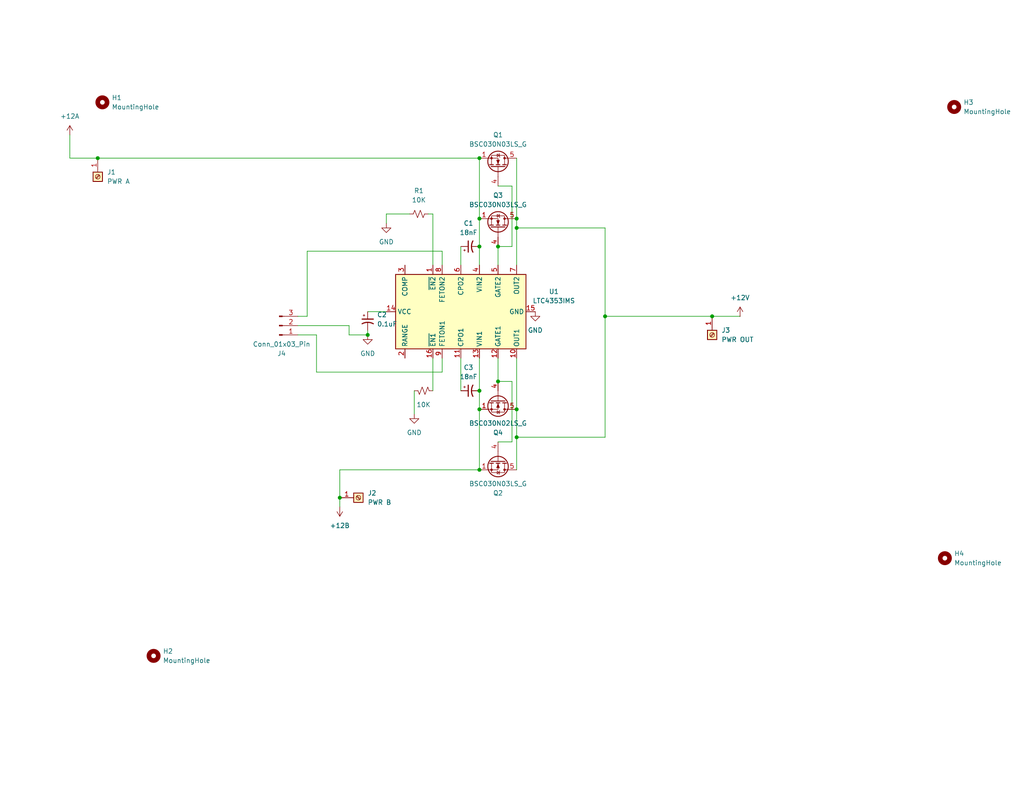
<source format=kicad_sch>
(kicad_sch
	(version 20231120)
	(generator "eeschema")
	(generator_version "8.0")
	(uuid "c831aa07-d23e-4f0e-9850-d018cbdf2855")
	(paper "USLetter")
	(title_block
		(title "Ideal OR Diode")
		(date "2024-04-11")
		(rev "1.0")
		(company "VA7DBI")
		(comment 1 "http://github.com/VA7DBI/ideal-or-diode")
	)
	(lib_symbols
		(symbol "Connector:Conn_01x03_Pin"
			(pin_names
				(offset 1.016) hide)
			(exclude_from_sim no)
			(in_bom yes)
			(on_board yes)
			(property "Reference" "J"
				(at 0 5.08 0)
				(effects
					(font
						(size 1.27 1.27)
					)
				)
			)
			(property "Value" "Conn_01x03_Pin"
				(at 0 -5.08 0)
				(effects
					(font
						(size 1.27 1.27)
					)
				)
			)
			(property "Footprint" ""
				(at 0 0 0)
				(effects
					(font
						(size 1.27 1.27)
					)
					(hide yes)
				)
			)
			(property "Datasheet" "~"
				(at 0 0 0)
				(effects
					(font
						(size 1.27 1.27)
					)
					(hide yes)
				)
			)
			(property "Description" "Generic connector, single row, 01x03, script generated"
				(at 0 0 0)
				(effects
					(font
						(size 1.27 1.27)
					)
					(hide yes)
				)
			)
			(property "ki_locked" ""
				(at 0 0 0)
				(effects
					(font
						(size 1.27 1.27)
					)
				)
			)
			(property "ki_keywords" "connector"
				(at 0 0 0)
				(effects
					(font
						(size 1.27 1.27)
					)
					(hide yes)
				)
			)
			(property "ki_fp_filters" "Connector*:*_1x??_*"
				(at 0 0 0)
				(effects
					(font
						(size 1.27 1.27)
					)
					(hide yes)
				)
			)
			(symbol "Conn_01x03_Pin_1_1"
				(polyline
					(pts
						(xy 1.27 -2.54) (xy 0.8636 -2.54)
					)
					(stroke
						(width 0.1524)
						(type default)
					)
					(fill
						(type none)
					)
				)
				(polyline
					(pts
						(xy 1.27 0) (xy 0.8636 0)
					)
					(stroke
						(width 0.1524)
						(type default)
					)
					(fill
						(type none)
					)
				)
				(polyline
					(pts
						(xy 1.27 2.54) (xy 0.8636 2.54)
					)
					(stroke
						(width 0.1524)
						(type default)
					)
					(fill
						(type none)
					)
				)
				(rectangle
					(start 0.8636 -2.413)
					(end 0 -2.667)
					(stroke
						(width 0.1524)
						(type default)
					)
					(fill
						(type outline)
					)
				)
				(rectangle
					(start 0.8636 0.127)
					(end 0 -0.127)
					(stroke
						(width 0.1524)
						(type default)
					)
					(fill
						(type outline)
					)
				)
				(rectangle
					(start 0.8636 2.667)
					(end 0 2.413)
					(stroke
						(width 0.1524)
						(type default)
					)
					(fill
						(type outline)
					)
				)
				(pin passive line
					(at 5.08 2.54 180)
					(length 3.81)
					(name "Pin_1"
						(effects
							(font
								(size 1.27 1.27)
							)
						)
					)
					(number "1"
						(effects
							(font
								(size 1.27 1.27)
							)
						)
					)
				)
				(pin passive line
					(at 5.08 0 180)
					(length 3.81)
					(name "Pin_2"
						(effects
							(font
								(size 1.27 1.27)
							)
						)
					)
					(number "2"
						(effects
							(font
								(size 1.27 1.27)
							)
						)
					)
				)
				(pin passive line
					(at 5.08 -2.54 180)
					(length 3.81)
					(name "Pin_3"
						(effects
							(font
								(size 1.27 1.27)
							)
						)
					)
					(number "3"
						(effects
							(font
								(size 1.27 1.27)
							)
						)
					)
				)
			)
		)
		(symbol "Connector:Screw_Terminal_01x01"
			(pin_names
				(offset 1.016) hide)
			(exclude_from_sim no)
			(in_bom yes)
			(on_board yes)
			(property "Reference" "J"
				(at 0 2.54 0)
				(effects
					(font
						(size 1.27 1.27)
					)
				)
			)
			(property "Value" "Screw_Terminal_01x01"
				(at 0 -2.54 0)
				(effects
					(font
						(size 1.27 1.27)
					)
				)
			)
			(property "Footprint" ""
				(at 0 0 0)
				(effects
					(font
						(size 1.27 1.27)
					)
					(hide yes)
				)
			)
			(property "Datasheet" "~"
				(at 0 0 0)
				(effects
					(font
						(size 1.27 1.27)
					)
					(hide yes)
				)
			)
			(property "Description" "Generic screw terminal, single row, 01x01, script generated (kicad-library-utils/schlib/autogen/connector/)"
				(at 0 0 0)
				(effects
					(font
						(size 1.27 1.27)
					)
					(hide yes)
				)
			)
			(property "ki_keywords" "screw terminal"
				(at 0 0 0)
				(effects
					(font
						(size 1.27 1.27)
					)
					(hide yes)
				)
			)
			(property "ki_fp_filters" "TerminalBlock*:*"
				(at 0 0 0)
				(effects
					(font
						(size 1.27 1.27)
					)
					(hide yes)
				)
			)
			(symbol "Screw_Terminal_01x01_1_1"
				(rectangle
					(start -1.27 1.27)
					(end 1.27 -1.27)
					(stroke
						(width 0.254)
						(type default)
					)
					(fill
						(type background)
					)
				)
				(polyline
					(pts
						(xy -0.5334 0.3302) (xy 0.3302 -0.508)
					)
					(stroke
						(width 0.1524)
						(type default)
					)
					(fill
						(type none)
					)
				)
				(polyline
					(pts
						(xy -0.3556 0.508) (xy 0.508 -0.3302)
					)
					(stroke
						(width 0.1524)
						(type default)
					)
					(fill
						(type none)
					)
				)
				(circle
					(center 0 0)
					(radius 0.635)
					(stroke
						(width 0.1524)
						(type default)
					)
					(fill
						(type none)
					)
				)
				(pin passive line
					(at -5.08 0 0)
					(length 3.81)
					(name "Pin_1"
						(effects
							(font
								(size 1.27 1.27)
							)
						)
					)
					(number "1"
						(effects
							(font
								(size 1.27 1.27)
							)
						)
					)
				)
			)
		)
		(symbol "Device:C_Polarized_Small_US"
			(pin_numbers hide)
			(pin_names
				(offset 0.254) hide)
			(exclude_from_sim no)
			(in_bom yes)
			(on_board yes)
			(property "Reference" "C"
				(at 0.254 1.778 0)
				(effects
					(font
						(size 1.27 1.27)
					)
					(justify left)
				)
			)
			(property "Value" "C_Polarized_Small_US"
				(at 0.254 -2.032 0)
				(effects
					(font
						(size 1.27 1.27)
					)
					(justify left)
				)
			)
			(property "Footprint" ""
				(at 0 0 0)
				(effects
					(font
						(size 1.27 1.27)
					)
					(hide yes)
				)
			)
			(property "Datasheet" "~"
				(at 0 0 0)
				(effects
					(font
						(size 1.27 1.27)
					)
					(hide yes)
				)
			)
			(property "Description" "Polarized capacitor, small US symbol"
				(at 0 0 0)
				(effects
					(font
						(size 1.27 1.27)
					)
					(hide yes)
				)
			)
			(property "ki_keywords" "cap capacitor"
				(at 0 0 0)
				(effects
					(font
						(size 1.27 1.27)
					)
					(hide yes)
				)
			)
			(property "ki_fp_filters" "CP_*"
				(at 0 0 0)
				(effects
					(font
						(size 1.27 1.27)
					)
					(hide yes)
				)
			)
			(symbol "C_Polarized_Small_US_0_1"
				(polyline
					(pts
						(xy -1.524 0.508) (xy 1.524 0.508)
					)
					(stroke
						(width 0.3048)
						(type default)
					)
					(fill
						(type none)
					)
				)
				(polyline
					(pts
						(xy -1.27 1.524) (xy -0.762 1.524)
					)
					(stroke
						(width 0)
						(type default)
					)
					(fill
						(type none)
					)
				)
				(polyline
					(pts
						(xy -1.016 1.27) (xy -1.016 1.778)
					)
					(stroke
						(width 0)
						(type default)
					)
					(fill
						(type none)
					)
				)
				(arc
					(start 1.524 -0.762)
					(mid 0 -0.3734)
					(end -1.524 -0.762)
					(stroke
						(width 0.3048)
						(type default)
					)
					(fill
						(type none)
					)
				)
			)
			(symbol "C_Polarized_Small_US_1_1"
				(pin passive line
					(at 0 2.54 270)
					(length 2.032)
					(name "~"
						(effects
							(font
								(size 1.27 1.27)
							)
						)
					)
					(number "1"
						(effects
							(font
								(size 1.27 1.27)
							)
						)
					)
				)
				(pin passive line
					(at 0 -2.54 90)
					(length 2.032)
					(name "~"
						(effects
							(font
								(size 1.27 1.27)
							)
						)
					)
					(number "2"
						(effects
							(font
								(size 1.27 1.27)
							)
						)
					)
				)
			)
		)
		(symbol "Device:R_Small_US"
			(pin_numbers hide)
			(pin_names
				(offset 0.254) hide)
			(exclude_from_sim no)
			(in_bom yes)
			(on_board yes)
			(property "Reference" "R"
				(at 0.762 0.508 0)
				(effects
					(font
						(size 1.27 1.27)
					)
					(justify left)
				)
			)
			(property "Value" "R_Small_US"
				(at 0.762 -1.016 0)
				(effects
					(font
						(size 1.27 1.27)
					)
					(justify left)
				)
			)
			(property "Footprint" ""
				(at 0 0 0)
				(effects
					(font
						(size 1.27 1.27)
					)
					(hide yes)
				)
			)
			(property "Datasheet" "~"
				(at 0 0 0)
				(effects
					(font
						(size 1.27 1.27)
					)
					(hide yes)
				)
			)
			(property "Description" "Resistor, small US symbol"
				(at 0 0 0)
				(effects
					(font
						(size 1.27 1.27)
					)
					(hide yes)
				)
			)
			(property "ki_keywords" "r resistor"
				(at 0 0 0)
				(effects
					(font
						(size 1.27 1.27)
					)
					(hide yes)
				)
			)
			(property "ki_fp_filters" "R_*"
				(at 0 0 0)
				(effects
					(font
						(size 1.27 1.27)
					)
					(hide yes)
				)
			)
			(symbol "R_Small_US_1_1"
				(polyline
					(pts
						(xy 0 0) (xy 1.016 -0.381) (xy 0 -0.762) (xy -1.016 -1.143) (xy 0 -1.524)
					)
					(stroke
						(width 0)
						(type default)
					)
					(fill
						(type none)
					)
				)
				(polyline
					(pts
						(xy 0 1.524) (xy 1.016 1.143) (xy 0 0.762) (xy -1.016 0.381) (xy 0 0)
					)
					(stroke
						(width 0)
						(type default)
					)
					(fill
						(type none)
					)
				)
				(pin passive line
					(at 0 2.54 270)
					(length 1.016)
					(name "~"
						(effects
							(font
								(size 1.27 1.27)
							)
						)
					)
					(number "1"
						(effects
							(font
								(size 1.27 1.27)
							)
						)
					)
				)
				(pin passive line
					(at 0 -2.54 90)
					(length 1.016)
					(name "~"
						(effects
							(font
								(size 1.27 1.27)
							)
						)
					)
					(number "2"
						(effects
							(font
								(size 1.27 1.27)
							)
						)
					)
				)
			)
		)
		(symbol "Mechanical:MountingHole"
			(pin_names
				(offset 1.016)
			)
			(exclude_from_sim yes)
			(in_bom no)
			(on_board yes)
			(property "Reference" "H"
				(at 0 5.08 0)
				(effects
					(font
						(size 1.27 1.27)
					)
				)
			)
			(property "Value" "MountingHole"
				(at 0 3.175 0)
				(effects
					(font
						(size 1.27 1.27)
					)
				)
			)
			(property "Footprint" ""
				(at 0 0 0)
				(effects
					(font
						(size 1.27 1.27)
					)
					(hide yes)
				)
			)
			(property "Datasheet" "~"
				(at 0 0 0)
				(effects
					(font
						(size 1.27 1.27)
					)
					(hide yes)
				)
			)
			(property "Description" "Mounting Hole without connection"
				(at 0 0 0)
				(effects
					(font
						(size 1.27 1.27)
					)
					(hide yes)
				)
			)
			(property "ki_keywords" "mounting hole"
				(at 0 0 0)
				(effects
					(font
						(size 1.27 1.27)
					)
					(hide yes)
				)
			)
			(property "ki_fp_filters" "MountingHole*"
				(at 0 0 0)
				(effects
					(font
						(size 1.27 1.27)
					)
					(hide yes)
				)
			)
			(symbol "MountingHole_0_1"
				(circle
					(center 0 0)
					(radius 1.27)
					(stroke
						(width 1.27)
						(type default)
					)
					(fill
						(type none)
					)
				)
			)
		)
		(symbol "Project:LTC4353IMS"
			(exclude_from_sim no)
			(in_bom yes)
			(on_board yes)
			(property "Reference" "U"
				(at -8.89 19.05 0)
				(effects
					(font
						(size 1.27 1.27)
					)
				)
			)
			(property "Value" "LTC4353IMS"
				(at 7.62 19.05 0)
				(effects
					(font
						(size 1.27 1.27)
					)
				)
			)
			(property "Footprint" "Package_SO:MSOP-16_3x4mm_P0.5mm"
				(at 0 -22.86 0)
				(effects
					(font
						(size 1.27 1.27)
					)
					(hide yes)
				)
			)
			(property "Datasheet" "https://www.analog.com/media/en/technical-documentation/data-sheets/4370f.pdf"
				(at 2.54 0 0)
				(effects
					(font
						(size 1.27 1.27)
					)
					(hide yes)
				)
			)
			(property "Description" "OR Controller Current Sharing Controller N-Channel 2:1, MSOP-16"
				(at 0 0 0)
				(effects
					(font
						(size 1.27 1.27)
					)
					(hide yes)
				)
			)
			(property "ki_keywords" "ideal-diode or-ing current sharing load balancing"
				(at 0 0 0)
				(effects
					(font
						(size 1.27 1.27)
					)
					(hide yes)
				)
			)
			(property "ki_fp_filters" "MSOP*3x4mm*P0.5mm*"
				(at 0 0 0)
				(effects
					(font
						(size 1.27 1.27)
					)
					(hide yes)
				)
			)
			(symbol "LTC4353IMS_1_1"
				(rectangle
					(start -10.16 17.78)
					(end 10.16 -17.78)
					(stroke
						(width 0.254)
						(type default)
					)
					(fill
						(type background)
					)
				)
				(pin input line
					(at 12.7 7.62 180)
					(length 2.54)
					(name "~{EN2}"
						(effects
							(font
								(size 1.27 1.27)
							)
						)
					)
					(number "1"
						(effects
							(font
								(size 1.27 1.27)
							)
						)
					)
				)
				(pin input line
					(at -12.7 -15.24 0)
					(length 2.54)
					(name "OUT1"
						(effects
							(font
								(size 1.27 1.27)
							)
						)
					)
					(number "10"
						(effects
							(font
								(size 1.27 1.27)
							)
						)
					)
				)
				(pin passive line
					(at -12.7 0 0)
					(length 2.54)
					(name "CPO1"
						(effects
							(font
								(size 1.27 1.27)
							)
						)
					)
					(number "11"
						(effects
							(font
								(size 1.27 1.27)
							)
						)
					)
				)
				(pin output line
					(at -12.7 -10.16 0)
					(length 2.54)
					(name "GATE1"
						(effects
							(font
								(size 1.27 1.27)
							)
						)
					)
					(number "12"
						(effects
							(font
								(size 1.27 1.27)
							)
						)
					)
				)
				(pin power_in line
					(at -12.7 -5.08 0)
					(length 2.54)
					(name "VIN1"
						(effects
							(font
								(size 1.27 1.27)
							)
						)
					)
					(number "13"
						(effects
							(font
								(size 1.27 1.27)
							)
						)
					)
				)
				(pin power_in line
					(at 0 20.32 270)
					(length 2.54)
					(name "VCC"
						(effects
							(font
								(size 1.27 1.27)
							)
						)
					)
					(number "14"
						(effects
							(font
								(size 1.27 1.27)
							)
						)
					)
				)
				(pin power_in line
					(at 0 -20.32 90)
					(length 2.54)
					(name "GND"
						(effects
							(font
								(size 1.27 1.27)
							)
						)
					)
					(number "15"
						(effects
							(font
								(size 1.27 1.27)
							)
						)
					)
				)
				(pin input line
					(at -12.7 7.62 0)
					(length 2.54)
					(name "~{EN1}"
						(effects
							(font
								(size 1.27 1.27)
							)
						)
					)
					(number "16"
						(effects
							(font
								(size 1.27 1.27)
							)
						)
					)
				)
				(pin passive line
					(at -12.7 15.24 0)
					(length 2.54)
					(name "RANGE"
						(effects
							(font
								(size 1.27 1.27)
							)
						)
					)
					(number "2"
						(effects
							(font
								(size 1.27 1.27)
							)
						)
					)
				)
				(pin passive line
					(at 12.7 15.24 180)
					(length 2.54)
					(name "COMP"
						(effects
							(font
								(size 1.27 1.27)
							)
						)
					)
					(number "3"
						(effects
							(font
								(size 1.27 1.27)
							)
						)
					)
				)
				(pin power_in line
					(at 12.7 -5.08 180)
					(length 2.54)
					(name "VIN2"
						(effects
							(font
								(size 1.27 1.27)
							)
						)
					)
					(number "4"
						(effects
							(font
								(size 1.27 1.27)
							)
						)
					)
				)
				(pin output line
					(at 12.7 -10.16 180)
					(length 2.54)
					(name "GATE2"
						(effects
							(font
								(size 1.27 1.27)
							)
						)
					)
					(number "5"
						(effects
							(font
								(size 1.27 1.27)
							)
						)
					)
				)
				(pin passive line
					(at 12.7 0 180)
					(length 2.54)
					(name "CPO2"
						(effects
							(font
								(size 1.27 1.27)
							)
						)
					)
					(number "6"
						(effects
							(font
								(size 1.27 1.27)
							)
						)
					)
				)
				(pin input line
					(at 12.7 -15.24 180)
					(length 2.54)
					(name "OUT2"
						(effects
							(font
								(size 1.27 1.27)
							)
						)
					)
					(number "7"
						(effects
							(font
								(size 1.27 1.27)
							)
						)
					)
				)
				(pin open_collector line
					(at 12.7 5.08 180)
					(length 2.54)
					(name "FETON2"
						(effects
							(font
								(size 1.27 1.27)
							)
						)
					)
					(number "8"
						(effects
							(font
								(size 1.27 1.27)
							)
						)
					)
				)
				(pin open_collector line
					(at -12.7 5.08 0)
					(length 2.54)
					(name "FETON1"
						(effects
							(font
								(size 1.27 1.27)
							)
						)
					)
					(number "9"
						(effects
							(font
								(size 1.27 1.27)
							)
						)
					)
				)
			)
		)
		(symbol "Transistor_FET:BSC030N08NS5"
			(pin_names hide)
			(exclude_from_sim no)
			(in_bom yes)
			(on_board yes)
			(property "Reference" "Q"
				(at 5.08 1.905 0)
				(effects
					(font
						(size 1.27 1.27)
					)
					(justify left)
				)
			)
			(property "Value" "BSC030N08NS5"
				(at 5.08 0 0)
				(effects
					(font
						(size 1.27 1.27)
					)
					(justify left)
				)
			)
			(property "Footprint" "Package_TO_SOT_SMD:TDSON-8-1"
				(at 5.08 -1.905 0)
				(effects
					(font
						(size 1.27 1.27)
						(italic yes)
					)
					(justify left)
					(hide yes)
				)
			)
			(property "Datasheet" "http://www.infineon.com/dgdl/Infineon-BSC030N08NS5-DS-v02_02-EN.pdf?fileId=5546d4624ad04ef9014aed52f4210acf"
				(at 5.08 -3.81 0)
				(effects
					(font
						(size 1.27 1.27)
					)
					(justify left)
					(hide yes)
				)
			)
			(property "Description" "100A Id, 80V Vds, OptiMOS N-Channel Power MOSFET, 3.0mOhm Ron, Qg (typ) 61.0nC, PG-TDSON-8"
				(at 0 0 0)
				(effects
					(font
						(size 1.27 1.27)
					)
					(hide yes)
				)
			)
			(property "ki_keywords" "OptiMOS Power MOSFET N-MOS"
				(at 0 0 0)
				(effects
					(font
						(size 1.27 1.27)
					)
					(hide yes)
				)
			)
			(property "ki_fp_filters" "TDSON*"
				(at 0 0 0)
				(effects
					(font
						(size 1.27 1.27)
					)
					(hide yes)
				)
			)
			(symbol "BSC030N08NS5_0_1"
				(polyline
					(pts
						(xy 0.254 0) (xy -2.54 0)
					)
					(stroke
						(width 0)
						(type default)
					)
					(fill
						(type none)
					)
				)
				(polyline
					(pts
						(xy 0.254 1.905) (xy 0.254 -1.905)
					)
					(stroke
						(width 0.254)
						(type default)
					)
					(fill
						(type none)
					)
				)
				(polyline
					(pts
						(xy 0.762 -1.27) (xy 0.762 -2.286)
					)
					(stroke
						(width 0.254)
						(type default)
					)
					(fill
						(type none)
					)
				)
				(polyline
					(pts
						(xy 0.762 0.508) (xy 0.762 -0.508)
					)
					(stroke
						(width 0.254)
						(type default)
					)
					(fill
						(type none)
					)
				)
				(polyline
					(pts
						(xy 0.762 2.286) (xy 0.762 1.27)
					)
					(stroke
						(width 0.254)
						(type default)
					)
					(fill
						(type none)
					)
				)
				(polyline
					(pts
						(xy 2.54 2.54) (xy 2.54 1.778)
					)
					(stroke
						(width 0)
						(type default)
					)
					(fill
						(type none)
					)
				)
				(polyline
					(pts
						(xy 2.54 -2.54) (xy 2.54 0) (xy 0.762 0)
					)
					(stroke
						(width 0)
						(type default)
					)
					(fill
						(type none)
					)
				)
				(polyline
					(pts
						(xy 0.762 -1.778) (xy 3.302 -1.778) (xy 3.302 1.778) (xy 0.762 1.778)
					)
					(stroke
						(width 0)
						(type default)
					)
					(fill
						(type none)
					)
				)
				(polyline
					(pts
						(xy 1.016 0) (xy 2.032 0.381) (xy 2.032 -0.381) (xy 1.016 0)
					)
					(stroke
						(width 0)
						(type default)
					)
					(fill
						(type outline)
					)
				)
				(polyline
					(pts
						(xy 2.794 0.508) (xy 2.921 0.381) (xy 3.683 0.381) (xy 3.81 0.254)
					)
					(stroke
						(width 0)
						(type default)
					)
					(fill
						(type none)
					)
				)
				(polyline
					(pts
						(xy 3.302 0.381) (xy 2.921 -0.254) (xy 3.683 -0.254) (xy 3.302 0.381)
					)
					(stroke
						(width 0)
						(type default)
					)
					(fill
						(type none)
					)
				)
				(circle
					(center 1.651 0)
					(radius 2.794)
					(stroke
						(width 0.254)
						(type default)
					)
					(fill
						(type none)
					)
				)
				(circle
					(center 2.54 -1.778)
					(radius 0.254)
					(stroke
						(width 0)
						(type default)
					)
					(fill
						(type outline)
					)
				)
				(circle
					(center 2.54 1.778)
					(radius 0.254)
					(stroke
						(width 0)
						(type default)
					)
					(fill
						(type outline)
					)
				)
			)
			(symbol "BSC030N08NS5_1_1"
				(pin passive line
					(at 2.54 -5.08 90)
					(length 2.54)
					(name "S"
						(effects
							(font
								(size 1.27 1.27)
							)
						)
					)
					(number "1"
						(effects
							(font
								(size 1.27 1.27)
							)
						)
					)
				)
				(pin passive line
					(at 2.54 -5.08 90)
					(length 2.54) hide
					(name "S"
						(effects
							(font
								(size 1.27 1.27)
							)
						)
					)
					(number "2"
						(effects
							(font
								(size 1.27 1.27)
							)
						)
					)
				)
				(pin passive line
					(at 2.54 -5.08 90)
					(length 2.54) hide
					(name "S"
						(effects
							(font
								(size 1.27 1.27)
							)
						)
					)
					(number "3"
						(effects
							(font
								(size 1.27 1.27)
							)
						)
					)
				)
				(pin passive line
					(at -5.08 0 0)
					(length 2.54)
					(name "G"
						(effects
							(font
								(size 1.27 1.27)
							)
						)
					)
					(number "4"
						(effects
							(font
								(size 1.27 1.27)
							)
						)
					)
				)
				(pin passive line
					(at 2.54 5.08 270)
					(length 2.54)
					(name "D"
						(effects
							(font
								(size 1.27 1.27)
							)
						)
					)
					(number "5"
						(effects
							(font
								(size 1.27 1.27)
							)
						)
					)
				)
			)
		)
		(symbol "power:+12C"
			(power)
			(pin_numbers hide)
			(pin_names
				(offset 0) hide)
			(exclude_from_sim no)
			(in_bom yes)
			(on_board yes)
			(property "Reference" "#PWR"
				(at 0 -3.81 0)
				(effects
					(font
						(size 1.27 1.27)
					)
					(hide yes)
				)
			)
			(property "Value" "+12C"
				(at 0 3.556 0)
				(effects
					(font
						(size 1.27 1.27)
					)
				)
			)
			(property "Footprint" ""
				(at 0 0 0)
				(effects
					(font
						(size 1.27 1.27)
					)
					(hide yes)
				)
			)
			(property "Datasheet" ""
				(at 0 0 0)
				(effects
					(font
						(size 1.27 1.27)
					)
					(hide yes)
				)
			)
			(property "Description" "Power symbol creates a global label with name \"+12C\""
				(at 0 0 0)
				(effects
					(font
						(size 1.27 1.27)
					)
					(hide yes)
				)
			)
			(property "ki_keywords" "global power"
				(at 0 0 0)
				(effects
					(font
						(size 1.27 1.27)
					)
					(hide yes)
				)
			)
			(symbol "+12C_0_1"
				(polyline
					(pts
						(xy -0.762 1.27) (xy 0 2.54)
					)
					(stroke
						(width 0)
						(type default)
					)
					(fill
						(type none)
					)
				)
				(polyline
					(pts
						(xy 0 0) (xy 0 2.54)
					)
					(stroke
						(width 0)
						(type default)
					)
					(fill
						(type none)
					)
				)
				(polyline
					(pts
						(xy 0 2.54) (xy 0.762 1.27)
					)
					(stroke
						(width 0)
						(type default)
					)
					(fill
						(type none)
					)
				)
			)
			(symbol "+12C_1_1"
				(pin power_in line
					(at 0 0 90)
					(length 0)
					(name "~"
						(effects
							(font
								(size 1.27 1.27)
							)
						)
					)
					(number "1"
						(effects
							(font
								(size 1.27 1.27)
							)
						)
					)
				)
			)
		)
		(symbol "power:+12V"
			(power)
			(pin_numbers hide)
			(pin_names
				(offset 0) hide)
			(exclude_from_sim no)
			(in_bom yes)
			(on_board yes)
			(property "Reference" "#PWR"
				(at 0 -3.81 0)
				(effects
					(font
						(size 1.27 1.27)
					)
					(hide yes)
				)
			)
			(property "Value" "+12V"
				(at 0 3.556 0)
				(effects
					(font
						(size 1.27 1.27)
					)
				)
			)
			(property "Footprint" ""
				(at 0 0 0)
				(effects
					(font
						(size 1.27 1.27)
					)
					(hide yes)
				)
			)
			(property "Datasheet" ""
				(at 0 0 0)
				(effects
					(font
						(size 1.27 1.27)
					)
					(hide yes)
				)
			)
			(property "Description" "Power symbol creates a global label with name \"+12V\""
				(at 0 0 0)
				(effects
					(font
						(size 1.27 1.27)
					)
					(hide yes)
				)
			)
			(property "ki_keywords" "global power"
				(at 0 0 0)
				(effects
					(font
						(size 1.27 1.27)
					)
					(hide yes)
				)
			)
			(symbol "+12V_0_1"
				(polyline
					(pts
						(xy -0.762 1.27) (xy 0 2.54)
					)
					(stroke
						(width 0)
						(type default)
					)
					(fill
						(type none)
					)
				)
				(polyline
					(pts
						(xy 0 0) (xy 0 2.54)
					)
					(stroke
						(width 0)
						(type default)
					)
					(fill
						(type none)
					)
				)
				(polyline
					(pts
						(xy 0 2.54) (xy 0.762 1.27)
					)
					(stroke
						(width 0)
						(type default)
					)
					(fill
						(type none)
					)
				)
			)
			(symbol "+12V_1_1"
				(pin power_in line
					(at 0 0 90)
					(length 0)
					(name "~"
						(effects
							(font
								(size 1.27 1.27)
							)
						)
					)
					(number "1"
						(effects
							(font
								(size 1.27 1.27)
							)
						)
					)
				)
			)
		)
		(symbol "power:GND"
			(power)
			(pin_numbers hide)
			(pin_names
				(offset 0) hide)
			(exclude_from_sim no)
			(in_bom yes)
			(on_board yes)
			(property "Reference" "#PWR"
				(at 0 -6.35 0)
				(effects
					(font
						(size 1.27 1.27)
					)
					(hide yes)
				)
			)
			(property "Value" "GND"
				(at 0 -3.81 0)
				(effects
					(font
						(size 1.27 1.27)
					)
				)
			)
			(property "Footprint" ""
				(at 0 0 0)
				(effects
					(font
						(size 1.27 1.27)
					)
					(hide yes)
				)
			)
			(property "Datasheet" ""
				(at 0 0 0)
				(effects
					(font
						(size 1.27 1.27)
					)
					(hide yes)
				)
			)
			(property "Description" "Power symbol creates a global label with name \"GND\" , ground"
				(at 0 0 0)
				(effects
					(font
						(size 1.27 1.27)
					)
					(hide yes)
				)
			)
			(property "ki_keywords" "global power"
				(at 0 0 0)
				(effects
					(font
						(size 1.27 1.27)
					)
					(hide yes)
				)
			)
			(symbol "GND_0_1"
				(polyline
					(pts
						(xy 0 0) (xy 0 -1.27) (xy 1.27 -1.27) (xy 0 -2.54) (xy -1.27 -1.27) (xy 0 -1.27)
					)
					(stroke
						(width 0)
						(type default)
					)
					(fill
						(type none)
					)
				)
			)
			(symbol "GND_1_1"
				(pin power_in line
					(at 0 0 270)
					(length 0)
					(name "~"
						(effects
							(font
								(size 1.27 1.27)
							)
						)
					)
					(number "1"
						(effects
							(font
								(size 1.27 1.27)
							)
						)
					)
				)
			)
		)
	)
	(junction
		(at 130.81 67.31)
		(diameter 0)
		(color 0 0 0 0)
		(uuid "1dffdf1f-dc05-42ff-85cb-ba90241d6bf8")
	)
	(junction
		(at 135.89 67.31)
		(diameter 0)
		(color 0 0 0 0)
		(uuid "291bb838-3caa-4388-89d8-4d16f20a9297")
	)
	(junction
		(at 140.97 119.38)
		(diameter 0)
		(color 0 0 0 0)
		(uuid "2b15c035-f7f1-4ae3-8725-2e4fc2fc6af7")
	)
	(junction
		(at 165.1 86.36)
		(diameter 0)
		(color 0 0 0 0)
		(uuid "2e66450e-b0b2-431a-aff2-5c937eb345c3")
	)
	(junction
		(at 26.67 43.18)
		(diameter 0)
		(color 0 0 0 0)
		(uuid "359e1fcb-caba-4904-a713-efa0c588130a")
	)
	(junction
		(at 140.97 62.23)
		(diameter 0)
		(color 0 0 0 0)
		(uuid "45f0b23b-392d-4df5-b078-3c0a5aefd640")
	)
	(junction
		(at 130.81 128.27)
		(diameter 0)
		(color 0 0 0 0)
		(uuid "69bb9c78-ed7f-4389-8dc1-c779ba552ad4")
	)
	(junction
		(at 130.81 106.68)
		(diameter 0)
		(color 0 0 0 0)
		(uuid "6dd4d69e-70d3-4ffc-973f-3729fa94dc9d")
	)
	(junction
		(at 140.97 111.76)
		(diameter 0)
		(color 0 0 0 0)
		(uuid "7b68394e-b094-4f27-8acf-817f23a3fea2")
	)
	(junction
		(at 194.31 86.36)
		(diameter 0)
		(color 0 0 0 0)
		(uuid "87db3045-b3c1-42b4-9a2a-4dbdd6c2bf30")
	)
	(junction
		(at 130.81 43.18)
		(diameter 0)
		(color 0 0 0 0)
		(uuid "8fd3b78e-946d-42d0-ab97-7073681932f8")
	)
	(junction
		(at 130.81 111.76)
		(diameter 0)
		(color 0 0 0 0)
		(uuid "9decb49a-4ef4-4ece-be20-6b150bd74074")
	)
	(junction
		(at 130.81 59.69)
		(diameter 0)
		(color 0 0 0 0)
		(uuid "a439d670-b452-479c-a9ed-430c4a45304a")
	)
	(junction
		(at 135.89 104.14)
		(diameter 0)
		(color 0 0 0 0)
		(uuid "a62b64a2-574e-4c8a-8677-c8ca7124bbcb")
	)
	(junction
		(at 140.97 59.69)
		(diameter 0)
		(color 0 0 0 0)
		(uuid "bf876bec-524c-4cc1-8b3c-82bc59b48b13")
	)
	(junction
		(at 100.33 91.44)
		(diameter 0)
		(color 0 0 0 0)
		(uuid "dd7d8e41-833e-48c3-892c-825673038647")
	)
	(junction
		(at 92.71 135.89)
		(diameter 0)
		(color 0 0 0 0)
		(uuid "fc14fe6c-9864-4d52-920a-0b1239cc0a92")
	)
	(wire
		(pts
			(xy 130.81 43.18) (xy 130.81 59.69)
		)
		(stroke
			(width 0)
			(type default)
		)
		(uuid "0a3a195e-a63f-47ee-9d0a-8db29e62d844")
	)
	(wire
		(pts
			(xy 81.28 86.36) (xy 83.82 86.36)
		)
		(stroke
			(width 0)
			(type default)
		)
		(uuid "0da742cd-70f0-47cf-8ee8-c454a6c359a5")
	)
	(wire
		(pts
			(xy 105.41 58.42) (xy 111.76 58.42)
		)
		(stroke
			(width 0)
			(type default)
		)
		(uuid "110e655c-fa58-4ed0-8f2c-8ad35dd8e2b2")
	)
	(wire
		(pts
			(xy 125.73 97.79) (xy 125.73 106.68)
		)
		(stroke
			(width 0)
			(type default)
		)
		(uuid "14aaa045-20c3-468e-9127-9ce5986d0b3c")
	)
	(wire
		(pts
			(xy 118.11 97.79) (xy 118.11 106.68)
		)
		(stroke
			(width 0)
			(type default)
		)
		(uuid "1854d410-5a81-4e62-a0fa-70d120c45d3b")
	)
	(wire
		(pts
			(xy 118.11 58.42) (xy 118.11 72.39)
		)
		(stroke
			(width 0)
			(type default)
		)
		(uuid "195037ac-c476-46ca-b6f7-8cedbb94e960")
	)
	(wire
		(pts
			(xy 194.31 86.36) (xy 165.1 86.36)
		)
		(stroke
			(width 0)
			(type default)
		)
		(uuid "21696b86-416b-4dc2-b97a-098179734ea4")
	)
	(wire
		(pts
			(xy 19.05 43.18) (xy 26.67 43.18)
		)
		(stroke
			(width 0)
			(type default)
		)
		(uuid "22c1a7bd-90e2-4525-8afb-5a55d509e07c")
	)
	(wire
		(pts
			(xy 95.25 88.9) (xy 95.25 91.44)
		)
		(stroke
			(width 0)
			(type default)
		)
		(uuid "27b411e0-98be-45df-a78a-28150ca8899e")
	)
	(wire
		(pts
			(xy 165.1 119.38) (xy 140.97 119.38)
		)
		(stroke
			(width 0)
			(type default)
		)
		(uuid "2cb68ef6-8151-4e92-b720-e87e639f9c7f")
	)
	(wire
		(pts
			(xy 130.81 67.31) (xy 130.81 72.39)
		)
		(stroke
			(width 0)
			(type default)
		)
		(uuid "3355a03a-4d2d-4eae-b78a-cbd7b1f3a03c")
	)
	(wire
		(pts
			(xy 140.97 111.76) (xy 140.97 119.38)
		)
		(stroke
			(width 0)
			(type default)
		)
		(uuid "3543f539-1ef6-44c9-b39b-4db1e38f29ff")
	)
	(wire
		(pts
			(xy 130.81 59.69) (xy 130.81 67.31)
		)
		(stroke
			(width 0)
			(type default)
		)
		(uuid "3563903c-bf69-4db0-ab1e-c40a51e85cc6")
	)
	(wire
		(pts
			(xy 139.7 67.31) (xy 135.89 67.31)
		)
		(stroke
			(width 0)
			(type default)
		)
		(uuid "3de78d99-9437-4da2-af50-75e29ba4f531")
	)
	(wire
		(pts
			(xy 81.28 88.9) (xy 95.25 88.9)
		)
		(stroke
			(width 0)
			(type default)
		)
		(uuid "44cace29-2e75-4607-8ba5-08a641501377")
	)
	(wire
		(pts
			(xy 86.36 101.6) (xy 120.65 101.6)
		)
		(stroke
			(width 0)
			(type default)
		)
		(uuid "4da9947b-fddd-474d-bf3e-d9dadbc9d0e6")
	)
	(wire
		(pts
			(xy 130.81 128.27) (xy 92.71 128.27)
		)
		(stroke
			(width 0)
			(type default)
		)
		(uuid "52f138e6-8f7b-4785-a590-5a6decc86b9f")
	)
	(wire
		(pts
			(xy 130.81 106.68) (xy 130.81 111.76)
		)
		(stroke
			(width 0)
			(type default)
		)
		(uuid "5df6b9b1-3082-4d68-9a0a-4a04261770b2")
	)
	(wire
		(pts
			(xy 130.81 97.79) (xy 130.81 106.68)
		)
		(stroke
			(width 0)
			(type default)
		)
		(uuid "6404b36b-1c31-4b47-bded-6b7028e0548e")
	)
	(wire
		(pts
			(xy 135.89 50.8) (xy 139.7 50.8)
		)
		(stroke
			(width 0)
			(type default)
		)
		(uuid "67f1dd04-9cd4-492e-812c-721b611a1b29")
	)
	(wire
		(pts
			(xy 135.89 97.79) (xy 135.89 104.14)
		)
		(stroke
			(width 0)
			(type default)
		)
		(uuid "68c10591-48b6-4cd3-8b0d-883e4d9fbdaf")
	)
	(wire
		(pts
			(xy 135.89 104.14) (xy 139.7 104.14)
		)
		(stroke
			(width 0)
			(type default)
		)
		(uuid "6aaaedb7-195f-4ad5-b937-44a7103a1758")
	)
	(wire
		(pts
			(xy 113.03 106.68) (xy 113.03 113.03)
		)
		(stroke
			(width 0)
			(type default)
		)
		(uuid "6cd3a916-676c-454b-9a19-a4e78934c59e")
	)
	(wire
		(pts
			(xy 140.97 43.18) (xy 140.97 59.69)
		)
		(stroke
			(width 0)
			(type default)
		)
		(uuid "6eb3a0e1-4b6f-4c51-ac2c-e1ef7a71d4de")
	)
	(wire
		(pts
			(xy 83.82 68.58) (xy 120.65 68.58)
		)
		(stroke
			(width 0)
			(type default)
		)
		(uuid "6eb76fd9-9501-48da-b5eb-567d03abac19")
	)
	(wire
		(pts
			(xy 120.65 68.58) (xy 120.65 72.39)
		)
		(stroke
			(width 0)
			(type default)
		)
		(uuid "70afd8dc-a9b8-4ce5-965d-34d54e657b59")
	)
	(wire
		(pts
			(xy 92.71 128.27) (xy 92.71 135.89)
		)
		(stroke
			(width 0)
			(type default)
		)
		(uuid "7261249e-b366-41a3-9908-6c3af9c950ef")
	)
	(wire
		(pts
			(xy 139.7 50.8) (xy 139.7 67.31)
		)
		(stroke
			(width 0)
			(type default)
		)
		(uuid "7300fd4c-a067-4ed0-8483-3516bb8fc205")
	)
	(wire
		(pts
			(xy 100.33 85.09) (xy 105.41 85.09)
		)
		(stroke
			(width 0)
			(type default)
		)
		(uuid "753bdb21-41ee-485b-aef5-72a940dfc306")
	)
	(wire
		(pts
			(xy 120.65 101.6) (xy 120.65 97.79)
		)
		(stroke
			(width 0)
			(type default)
		)
		(uuid "7950267b-57d6-4438-8ecb-e8fcf05c9e00")
	)
	(wire
		(pts
			(xy 201.93 86.36) (xy 194.31 86.36)
		)
		(stroke
			(width 0)
			(type default)
		)
		(uuid "92eb3bc0-10f9-42cc-a599-189d5849ac3d")
	)
	(wire
		(pts
			(xy 140.97 59.69) (xy 140.97 62.23)
		)
		(stroke
			(width 0)
			(type default)
		)
		(uuid "9a943533-65d5-4e6e-9a9c-992f350ea086")
	)
	(wire
		(pts
			(xy 140.97 62.23) (xy 140.97 72.39)
		)
		(stroke
			(width 0)
			(type default)
		)
		(uuid "9de945ae-010c-490e-a801-1d4b078dfcfc")
	)
	(wire
		(pts
			(xy 165.1 86.36) (xy 165.1 119.38)
		)
		(stroke
			(width 0)
			(type default)
		)
		(uuid "a01f328f-13ac-4ab2-bb53-4a8c240b496f")
	)
	(wire
		(pts
			(xy 95.25 91.44) (xy 100.33 91.44)
		)
		(stroke
			(width 0)
			(type default)
		)
		(uuid "b7aab5e6-052b-4206-a42c-3bf0b291fecf")
	)
	(wire
		(pts
			(xy 125.73 67.31) (xy 125.73 72.39)
		)
		(stroke
			(width 0)
			(type default)
		)
		(uuid "bc83bcf5-bf24-4b29-8f83-cd7d8401c3a3")
	)
	(wire
		(pts
			(xy 140.97 119.38) (xy 140.97 128.27)
		)
		(stroke
			(width 0)
			(type default)
		)
		(uuid "be2be055-46e2-4965-8f65-85d8bbc80a8b")
	)
	(wire
		(pts
			(xy 140.97 62.23) (xy 165.1 62.23)
		)
		(stroke
			(width 0)
			(type default)
		)
		(uuid "c6ecc518-b7dd-40b5-8c6e-838635e4b4b4")
	)
	(wire
		(pts
			(xy 86.36 91.44) (xy 86.36 101.6)
		)
		(stroke
			(width 0)
			(type default)
		)
		(uuid "d43bb297-8492-4347-9393-0e5ef29b6b92")
	)
	(wire
		(pts
			(xy 118.11 58.42) (xy 116.84 58.42)
		)
		(stroke
			(width 0)
			(type default)
		)
		(uuid "d6147801-0509-4964-895d-ed5f5e0f96a1")
	)
	(wire
		(pts
			(xy 140.97 97.79) (xy 140.97 111.76)
		)
		(stroke
			(width 0)
			(type default)
		)
		(uuid "d75e7558-d5d4-423c-a84c-901f755888e5")
	)
	(wire
		(pts
			(xy 165.1 62.23) (xy 165.1 86.36)
		)
		(stroke
			(width 0)
			(type default)
		)
		(uuid "da15549d-9438-4758-a0f1-8986c4bf4dcb")
	)
	(wire
		(pts
			(xy 92.71 135.89) (xy 92.71 138.43)
		)
		(stroke
			(width 0)
			(type default)
		)
		(uuid "dd24b308-914f-408d-982f-f80c1121f229")
	)
	(wire
		(pts
			(xy 139.7 104.14) (xy 139.7 120.65)
		)
		(stroke
			(width 0)
			(type default)
		)
		(uuid "e4b3af0c-c83d-4412-9968-f6cd13ec153d")
	)
	(wire
		(pts
			(xy 105.41 60.96) (xy 105.41 58.42)
		)
		(stroke
			(width 0)
			(type default)
		)
		(uuid "e9dd72f2-254e-4708-be7e-1c70c06b4e13")
	)
	(wire
		(pts
			(xy 19.05 36.83) (xy 19.05 43.18)
		)
		(stroke
			(width 0)
			(type default)
		)
		(uuid "e9e7500d-18b1-4504-81f0-4006e06bd46f")
	)
	(wire
		(pts
			(xy 100.33 91.44) (xy 100.33 90.17)
		)
		(stroke
			(width 0)
			(type default)
		)
		(uuid "f0161d6a-13f3-4cb5-8481-00ec8812cbdf")
	)
	(wire
		(pts
			(xy 139.7 120.65) (xy 135.89 120.65)
		)
		(stroke
			(width 0)
			(type default)
		)
		(uuid "f046c385-82c0-4469-a19f-54ecfa28ebcb")
	)
	(wire
		(pts
			(xy 26.67 43.18) (xy 130.81 43.18)
		)
		(stroke
			(width 0)
			(type default)
		)
		(uuid "f279c3e3-a8a6-4cc2-a642-cfc2eef191dd")
	)
	(wire
		(pts
			(xy 81.28 91.44) (xy 86.36 91.44)
		)
		(stroke
			(width 0)
			(type default)
		)
		(uuid "f3e1d34e-1ec3-4809-a180-4bd5fea15888")
	)
	(wire
		(pts
			(xy 130.81 111.76) (xy 130.81 128.27)
		)
		(stroke
			(width 0)
			(type default)
		)
		(uuid "f6543bbe-1369-4089-b241-8b7f296e9210")
	)
	(wire
		(pts
			(xy 135.89 67.31) (xy 135.89 72.39)
		)
		(stroke
			(width 0)
			(type default)
		)
		(uuid "f8108e4a-38d5-4af8-b3e4-acd0398f12ae")
	)
	(wire
		(pts
			(xy 83.82 86.36) (xy 83.82 68.58)
		)
		(stroke
			(width 0)
			(type default)
		)
		(uuid "ff493fbf-997b-4898-9578-2f66a77399d3")
	)
	(symbol
		(lib_id "Transistor_FET:BSC030N08NS5")
		(at 135.89 45.72 270)
		(mirror x)
		(unit 1)
		(exclude_from_sim no)
		(in_bom yes)
		(on_board yes)
		(dnp no)
		(uuid "06957d59-149d-45ea-85d2-d8dec19e9e60")
		(property "Reference" "Q1"
			(at 135.89 36.83 90)
			(effects
				(font
					(size 1.27 1.27)
				)
			)
		)
		(property "Value" "BSC030N03LS_G"
			(at 135.89 39.37 90)
			(effects
				(font
					(size 1.27 1.27)
				)
			)
		)
		(property "Footprint" "Package_SON:Infineon_PG-TDSON-8_6.15x5.15mm"
			(at 133.985 40.64 0)
			(effects
				(font
					(size 1.27 1.27)
					(italic yes)
				)
				(justify left)
				(hide yes)
			)
		)
		(property "Datasheet" "https://www.infineon.com/dgdl/Infineon-BSC030N03LS%20G-DataSheet-v02_00-EN.pdf?fileId=db3a304412b407950112b42766953c23"
			(at 132.08 40.64 0)
			(effects
				(font
					(size 1.27 1.27)
				)
				(justify left)
				(hide yes)
			)
		)
		(property "Description" "100A Id, 80V Vds, OptiMOS N-Channel Power MOSFET, 3.0mOhm Ron, Qg (typ) 61.0nC, PG-TDSON-8"
			(at 135.89 45.72 0)
			(effects
				(font
					(size 1.27 1.27)
				)
				(hide yes)
			)
		)
		(pin "2"
			(uuid "781ce9bc-ef4e-446a-9e5b-c3ea396d5a3d")
		)
		(pin "5"
			(uuid "ea96c5e1-0906-4002-a4dc-c491feed9593")
		)
		(pin "3"
			(uuid "4b5949ba-ee88-467c-beca-c77e2a92ba1f")
		)
		(pin "4"
			(uuid "c38b7b5c-9629-49f8-a6c4-0ead98cc9674")
		)
		(pin "1"
			(uuid "d9555148-1845-423d-bd47-b3478b1c7dfe")
		)
		(instances
			(project "Ideal OR Diode"
				(path "/c831aa07-d23e-4f0e-9850-d018cbdf2855"
					(reference "Q1")
					(unit 1)
				)
			)
		)
	)
	(symbol
		(lib_id "power:GND")
		(at 105.41 60.96 0)
		(unit 1)
		(exclude_from_sim no)
		(in_bom yes)
		(on_board yes)
		(dnp no)
		(fields_autoplaced yes)
		(uuid "100bbdaf-9ead-4e77-a53e-daa3ff4a249c")
		(property "Reference" "#PWR01"
			(at 105.41 67.31 0)
			(effects
				(font
					(size 1.27 1.27)
				)
				(hide yes)
			)
		)
		(property "Value" "GND"
			(at 105.41 66.04 0)
			(effects
				(font
					(size 1.27 1.27)
				)
			)
		)
		(property "Footprint" ""
			(at 105.41 60.96 0)
			(effects
				(font
					(size 1.27 1.27)
				)
				(hide yes)
			)
		)
		(property "Datasheet" ""
			(at 105.41 60.96 0)
			(effects
				(font
					(size 1.27 1.27)
				)
				(hide yes)
			)
		)
		(property "Description" "Power symbol creates a global label with name \"GND\" , ground"
			(at 105.41 60.96 0)
			(effects
				(font
					(size 1.27 1.27)
				)
				(hide yes)
			)
		)
		(pin "1"
			(uuid "78bb9a28-65bf-4766-b806-e62b76e5af50")
		)
		(instances
			(project "Ideal OR Diode"
				(path "/c831aa07-d23e-4f0e-9850-d018cbdf2855"
					(reference "#PWR01")
					(unit 1)
				)
			)
		)
	)
	(symbol
		(lib_id "Mechanical:MountingHole")
		(at 260.35 29.21 0)
		(unit 1)
		(exclude_from_sim yes)
		(in_bom no)
		(on_board yes)
		(dnp no)
		(fields_autoplaced yes)
		(uuid "18e6d621-d0f6-4012-99e0-b83e8bf0e302")
		(property "Reference" "H3"
			(at 262.89 27.9399 0)
			(effects
				(font
					(size 1.27 1.27)
				)
				(justify left)
			)
		)
		(property "Value" "MountingHole"
			(at 262.89 30.4799 0)
			(effects
				(font
					(size 1.27 1.27)
				)
				(justify left)
			)
		)
		(property "Footprint" "MountingHole:MountingHole_2.2mm_M2"
			(at 260.35 29.21 0)
			(effects
				(font
					(size 1.27 1.27)
				)
				(hide yes)
			)
		)
		(property "Datasheet" "~"
			(at 260.35 29.21 0)
			(effects
				(font
					(size 1.27 1.27)
				)
				(hide yes)
			)
		)
		(property "Description" "Mounting Hole without connection"
			(at 260.35 29.21 0)
			(effects
				(font
					(size 1.27 1.27)
				)
				(hide yes)
			)
		)
		(instances
			(project "Ideal OR Diode"
				(path "/c831aa07-d23e-4f0e-9850-d018cbdf2855"
					(reference "H3")
					(unit 1)
				)
			)
		)
	)
	(symbol
		(lib_id "Project:LTC4353IMS")
		(at 125.73 85.09 90)
		(unit 1)
		(exclude_from_sim no)
		(in_bom yes)
		(on_board yes)
		(dnp no)
		(fields_autoplaced yes)
		(uuid "2779b14e-a849-49ea-b20e-3d8071eca443")
		(property "Reference" "U1"
			(at 151.13 79.5938 90)
			(effects
				(font
					(size 1.27 1.27)
				)
			)
		)
		(property "Value" "LTC4353IMS"
			(at 151.13 82.1338 90)
			(effects
				(font
					(size 1.27 1.27)
				)
			)
		)
		(property "Footprint" "Package_SO:MSOP-16_3x4mm_P0.5mm"
			(at 148.59 85.09 0)
			(effects
				(font
					(size 1.27 1.27)
				)
				(hide yes)
			)
		)
		(property "Datasheet" "https://www.analog.com/media/en/technical-documentation/data-sheets/4370f.pdf"
			(at 125.73 82.55 0)
			(effects
				(font
					(size 1.27 1.27)
				)
				(hide yes)
			)
		)
		(property "Description" "OR Controller Current Sharing Controller N-Channel 2:1, MSOP-16"
			(at 125.73 85.09 0)
			(effects
				(font
					(size 1.27 1.27)
				)
				(hide yes)
			)
		)
		(pin "10"
			(uuid "74503d74-566a-46a7-91c4-fce760fdce9b")
		)
		(pin "7"
			(uuid "5273f597-0b77-482a-a4ca-1d02c8c68a56")
		)
		(pin "2"
			(uuid "8527d54a-f73c-4371-aca0-c4c3d976bc53")
		)
		(pin "9"
			(uuid "db786d4a-1c7e-4e08-87d9-9b2bfe5c8099")
		)
		(pin "12"
			(uuid "422c249f-a19a-485f-9812-a435d181b21c")
		)
		(pin "4"
			(uuid "4f039674-c4d3-4484-8ba8-27c6dc74c7a2")
		)
		(pin "5"
			(uuid "89cd6a63-189c-4417-959c-414ceba0fc59")
		)
		(pin "16"
			(uuid "4f8ad7fc-2964-4b7e-bca4-9f731e298c8f")
		)
		(pin "6"
			(uuid "264dbddb-fa66-4480-8a23-e1a823e24d02")
		)
		(pin "8"
			(uuid "0ac95a2f-a9a9-4a2b-be5c-6ef8ec255f66")
		)
		(pin "1"
			(uuid "fabbe35b-eac4-4f24-941c-6a0ccf2237d3")
		)
		(pin "14"
			(uuid "10917eab-988d-46e8-bcde-056693bcbbd0")
		)
		(pin "3"
			(uuid "77fd7ab6-d30f-437e-9304-03671997f4b6")
		)
		(pin "13"
			(uuid "21ebeaa1-5992-4462-9605-0c4cc3d5707d")
		)
		(pin "11"
			(uuid "f5a21535-c0c2-4285-81da-ab565ca19e85")
		)
		(pin "15"
			(uuid "e8cee550-07dd-46df-8b89-b862387f795f")
		)
		(instances
			(project "Ideal OR Diode"
				(path "/c831aa07-d23e-4f0e-9850-d018cbdf2855"
					(reference "U1")
					(unit 1)
				)
			)
		)
	)
	(symbol
		(lib_id "Device:C_Polarized_Small_US")
		(at 128.27 106.68 90)
		(mirror x)
		(unit 1)
		(exclude_from_sim no)
		(in_bom yes)
		(on_board yes)
		(dnp no)
		(fields_autoplaced yes)
		(uuid "350e708c-795e-4cc9-8ce0-64461dc71b63")
		(property "Reference" "C3"
			(at 127.8382 100.33 90)
			(effects
				(font
					(size 1.27 1.27)
				)
			)
		)
		(property "Value" "18nF"
			(at 127.8382 102.87 90)
			(effects
				(font
					(size 1.27 1.27)
				)
			)
		)
		(property "Footprint" "Capacitor_SMD:C_0603_1608Metric_Pad1.08x0.95mm_HandSolder"
			(at 128.27 106.68 0)
			(effects
				(font
					(size 1.27 1.27)
				)
				(hide yes)
			)
		)
		(property "Datasheet" "~"
			(at 128.27 106.68 0)
			(effects
				(font
					(size 1.27 1.27)
				)
				(hide yes)
			)
		)
		(property "Description" "Polarized capacitor, small US symbol"
			(at 128.27 106.68 0)
			(effects
				(font
					(size 1.27 1.27)
				)
				(hide yes)
			)
		)
		(pin "2"
			(uuid "c9632e65-c0b1-43b9-8a51-ea7e41709193")
		)
		(pin "1"
			(uuid "72c557e0-6437-4d07-8035-ecb4908ef8cd")
		)
		(instances
			(project "Ideal OR Diode"
				(path "/c831aa07-d23e-4f0e-9850-d018cbdf2855"
					(reference "C3")
					(unit 1)
				)
			)
		)
	)
	(symbol
		(lib_id "Device:C_Polarized_Small_US")
		(at 100.33 87.63 0)
		(unit 1)
		(exclude_from_sim no)
		(in_bom yes)
		(on_board yes)
		(dnp no)
		(fields_autoplaced yes)
		(uuid "3526cb04-4f1f-4959-a590-9194cb4f599c")
		(property "Reference" "C2"
			(at 102.87 85.9281 0)
			(effects
				(font
					(size 1.27 1.27)
				)
				(justify left)
			)
		)
		(property "Value" "0.1uF"
			(at 102.87 88.4681 0)
			(effects
				(font
					(size 1.27 1.27)
				)
				(justify left)
			)
		)
		(property "Footprint" "Capacitor_SMD:C_0603_1608Metric_Pad1.08x0.95mm_HandSolder"
			(at 100.33 87.63 0)
			(effects
				(font
					(size 1.27 1.27)
				)
				(hide yes)
			)
		)
		(property "Datasheet" "~"
			(at 100.33 87.63 0)
			(effects
				(font
					(size 1.27 1.27)
				)
				(hide yes)
			)
		)
		(property "Description" "01_UFLK16A"
			(at 100.33 87.63 0)
			(effects
				(font
					(size 1.27 1.27)
				)
				(hide yes)
			)
		)
		(pin "2"
			(uuid "2a3ea3aa-1e94-497d-9d6b-4d01eb87bce1")
		)
		(pin "1"
			(uuid "a52a137c-a1a2-438f-99bc-be41f30ac7c4")
		)
		(instances
			(project "Ideal OR Diode"
				(path "/c831aa07-d23e-4f0e-9850-d018cbdf2855"
					(reference "C2")
					(unit 1)
				)
			)
		)
	)
	(symbol
		(lib_id "Connector:Screw_Terminal_01x01")
		(at 26.67 48.26 270)
		(unit 1)
		(exclude_from_sim no)
		(in_bom yes)
		(on_board yes)
		(dnp no)
		(fields_autoplaced yes)
		(uuid "3856f20d-1f97-47de-a75d-f17385f7c9cc")
		(property "Reference" "J1"
			(at 29.21 46.9899 90)
			(effects
				(font
					(size 1.27 1.27)
				)
				(justify left)
			)
		)
		(property "Value" "PWR A"
			(at 29.21 49.5299 90)
			(effects
				(font
					(size 1.27 1.27)
				)
				(justify left)
			)
		)
		(property "Footprint" "TerminalBlock_MetzConnect:TerminalBlock_MetzConnect_360425_1x01_Horizontal_ScrewM4.0_Boxed"
			(at 26.67 48.26 0)
			(effects
				(font
					(size 1.27 1.27)
				)
				(hide yes)
			)
		)
		(property "Datasheet" "~"
			(at 26.67 48.26 0)
			(effects
				(font
					(size 1.27 1.27)
				)
				(hide yes)
			)
		)
		(property "Description" "Generic screw terminal, single row, 01x01, script generated (kicad-library-utils/schlib/autogen/connector/)"
			(at 26.67 48.26 0)
			(effects
				(font
					(size 1.27 1.27)
				)
				(hide yes)
			)
		)
		(pin "1"
			(uuid "e7c8e161-15b2-4c49-bfc7-ca70fc6a2476")
		)
		(instances
			(project "Ideal OR Diode"
				(path "/c831aa07-d23e-4f0e-9850-d018cbdf2855"
					(reference "J1")
					(unit 1)
				)
			)
		)
	)
	(symbol
		(lib_id "power:+12C")
		(at 19.05 36.83 0)
		(unit 1)
		(exclude_from_sim no)
		(in_bom yes)
		(on_board yes)
		(dnp no)
		(fields_autoplaced yes)
		(uuid "3b1d386f-0fb4-4f17-99bb-144b7145cad5")
		(property "Reference" "#PWR12A0101"
			(at 19.05 40.64 0)
			(effects
				(font
					(size 1.27 1.27)
				)
				(hide yes)
			)
		)
		(property "Value" "+12A"
			(at 19.05 31.75 0)
			(effects
				(font
					(size 1.27 1.27)
				)
			)
		)
		(property "Footprint" ""
			(at 19.05 36.83 0)
			(effects
				(font
					(size 1.27 1.27)
				)
				(hide yes)
			)
		)
		(property "Datasheet" ""
			(at 19.05 36.83 0)
			(effects
				(font
					(size 1.27 1.27)
				)
				(hide yes)
			)
		)
		(property "Description" "Power symbol creates a global label with name \"+12C\""
			(at 19.05 36.83 0)
			(effects
				(font
					(size 1.27 1.27)
				)
				(hide yes)
			)
		)
		(pin "1"
			(uuid "e2135b57-3944-42a5-9f06-9dd884da7f24")
		)
		(instances
			(project "Ideal OR Diode"
				(path "/c831aa07-d23e-4f0e-9850-d018cbdf2855"
					(reference "#PWR12A0101")
					(unit 1)
				)
			)
		)
	)
	(symbol
		(lib_id "Mechanical:MountingHole")
		(at 41.91 179.07 0)
		(unit 1)
		(exclude_from_sim yes)
		(in_bom no)
		(on_board yes)
		(dnp no)
		(fields_autoplaced yes)
		(uuid "4432994a-22f9-4aae-8f1e-262d38b29d5f")
		(property "Reference" "H2"
			(at 44.45 177.7999 0)
			(effects
				(font
					(size 1.27 1.27)
				)
				(justify left)
			)
		)
		(property "Value" "MountingHole"
			(at 44.45 180.3399 0)
			(effects
				(font
					(size 1.27 1.27)
				)
				(justify left)
			)
		)
		(property "Footprint" "MountingHole:MountingHole_2.2mm_M2"
			(at 41.91 179.07 0)
			(effects
				(font
					(size 1.27 1.27)
				)
				(hide yes)
			)
		)
		(property "Datasheet" "~"
			(at 41.91 179.07 0)
			(effects
				(font
					(size 1.27 1.27)
				)
				(hide yes)
			)
		)
		(property "Description" "Mounting Hole without connection"
			(at 41.91 179.07 0)
			(effects
				(font
					(size 1.27 1.27)
				)
				(hide yes)
			)
		)
		(instances
			(project "Ideal OR Diode"
				(path "/c831aa07-d23e-4f0e-9850-d018cbdf2855"
					(reference "H2")
					(unit 1)
				)
			)
		)
	)
	(symbol
		(lib_id "Device:R_Small_US")
		(at 115.57 106.68 90)
		(mirror x)
		(unit 1)
		(exclude_from_sim no)
		(in_bom yes)
		(on_board yes)
		(dnp no)
		(fields_autoplaced yes)
		(uuid "47345bef-b783-4b9c-a751-5a7b4f81fd76")
		(property "Reference" "R2"
			(at 115.57 113.03 90)
			(effects
				(font
					(size 1.27 1.27)
				)
				(hide yes)
			)
		)
		(property "Value" "10K"
			(at 115.57 110.49 90)
			(effects
				(font
					(size 1.27 1.27)
				)
			)
		)
		(property "Footprint" "Resistor_SMD:R_0603_1608Metric_Pad0.98x0.95mm_HandSolder"
			(at 115.57 106.68 0)
			(effects
				(font
					(size 1.27 1.27)
				)
				(hide yes)
			)
		)
		(property "Datasheet" "~"
			(at 115.57 106.68 0)
			(effects
				(font
					(size 1.27 1.27)
				)
				(hide yes)
			)
		)
		(property "Description" "Resistor, small US symbol"
			(at 115.57 106.68 0)
			(effects
				(font
					(size 1.27 1.27)
				)
				(hide yes)
			)
		)
		(pin "1"
			(uuid "9113f2e8-6e7f-49d3-bb67-bb2f9d9cbe53")
		)
		(pin "2"
			(uuid "f2f2d58f-43e0-4dac-8f10-28f71c5b6c7c")
		)
		(instances
			(project "Ideal OR Diode"
				(path "/c831aa07-d23e-4f0e-9850-d018cbdf2855"
					(reference "R2")
					(unit 1)
				)
			)
		)
	)
	(symbol
		(lib_id "power:+12C")
		(at 92.71 138.43 0)
		(mirror x)
		(unit 1)
		(exclude_from_sim no)
		(in_bom yes)
		(on_board yes)
		(dnp no)
		(fields_autoplaced yes)
		(uuid "5ceed76d-8290-4644-965f-394ab740eacf")
		(property "Reference" "#PWR12B0101"
			(at 92.71 134.62 0)
			(effects
				(font
					(size 1.27 1.27)
				)
				(hide yes)
			)
		)
		(property "Value" "+12B"
			(at 92.71 143.51 0)
			(effects
				(font
					(size 1.27 1.27)
				)
			)
		)
		(property "Footprint" ""
			(at 92.71 138.43 0)
			(effects
				(font
					(size 1.27 1.27)
				)
				(hide yes)
			)
		)
		(property "Datasheet" ""
			(at 92.71 138.43 0)
			(effects
				(font
					(size 1.27 1.27)
				)
				(hide yes)
			)
		)
		(property "Description" "Power symbol creates a global label with name \"+12C\""
			(at 92.71 138.43 0)
			(effects
				(font
					(size 1.27 1.27)
				)
				(hide yes)
			)
		)
		(pin "1"
			(uuid "7a294591-0f11-44df-8fc6-40a608a5b4e2")
		)
		(instances
			(project "Ideal OR Diode"
				(path "/c831aa07-d23e-4f0e-9850-d018cbdf2855"
					(reference "#PWR12B0101")
					(unit 1)
				)
			)
		)
	)
	(symbol
		(lib_id "Mechanical:MountingHole")
		(at 257.81 152.4 0)
		(unit 1)
		(exclude_from_sim yes)
		(in_bom no)
		(on_board yes)
		(dnp no)
		(fields_autoplaced yes)
		(uuid "696d9ca9-9b63-4194-b6f2-5223e6b0405e")
		(property "Reference" "H4"
			(at 260.35 151.1299 0)
			(effects
				(font
					(size 1.27 1.27)
				)
				(justify left)
			)
		)
		(property "Value" "MountingHole"
			(at 260.35 153.6699 0)
			(effects
				(font
					(size 1.27 1.27)
				)
				(justify left)
			)
		)
		(property "Footprint" "MountingHole:MountingHole_2.2mm_M2"
			(at 257.81 152.4 0)
			(effects
				(font
					(size 1.27 1.27)
				)
				(hide yes)
			)
		)
		(property "Datasheet" "~"
			(at 257.81 152.4 0)
			(effects
				(font
					(size 1.27 1.27)
				)
				(hide yes)
			)
		)
		(property "Description" "Mounting Hole without connection"
			(at 257.81 152.4 0)
			(effects
				(font
					(size 1.27 1.27)
				)
				(hide yes)
			)
		)
		(instances
			(project "Ideal OR Diode"
				(path "/c831aa07-d23e-4f0e-9850-d018cbdf2855"
					(reference "H4")
					(unit 1)
				)
			)
		)
	)
	(symbol
		(lib_id "power:GND")
		(at 146.05 85.09 0)
		(unit 1)
		(exclude_from_sim no)
		(in_bom yes)
		(on_board yes)
		(dnp no)
		(fields_autoplaced yes)
		(uuid "75f09043-dc40-41ab-b378-2bb61fb6c5fb")
		(property "Reference" "#PWR02"
			(at 146.05 91.44 0)
			(effects
				(font
					(size 1.27 1.27)
				)
				(hide yes)
			)
		)
		(property "Value" "GND"
			(at 146.05 90.17 0)
			(effects
				(font
					(size 1.27 1.27)
				)
			)
		)
		(property "Footprint" ""
			(at 146.05 85.09 0)
			(effects
				(font
					(size 1.27 1.27)
				)
				(hide yes)
			)
		)
		(property "Datasheet" ""
			(at 146.05 85.09 0)
			(effects
				(font
					(size 1.27 1.27)
				)
				(hide yes)
			)
		)
		(property "Description" "Power symbol creates a global label with name \"GND\" , ground"
			(at 146.05 85.09 0)
			(effects
				(font
					(size 1.27 1.27)
				)
				(hide yes)
			)
		)
		(pin "1"
			(uuid "ddf400c2-4c68-4ac0-87b5-013dbe8868c3")
		)
		(instances
			(project "Ideal OR Diode"
				(path "/c831aa07-d23e-4f0e-9850-d018cbdf2855"
					(reference "#PWR02")
					(unit 1)
				)
			)
		)
	)
	(symbol
		(lib_id "Transistor_FET:BSC030N08NS5")
		(at 135.89 125.73 270)
		(unit 1)
		(exclude_from_sim no)
		(in_bom yes)
		(on_board yes)
		(dnp no)
		(uuid "79f94afc-703d-4a0c-b184-6a9a3fc7c665")
		(property "Reference" "Q2"
			(at 135.89 134.62 90)
			(effects
				(font
					(size 1.27 1.27)
				)
			)
		)
		(property "Value" "BSC030N03LS_G"
			(at 135.89 132.08 90)
			(effects
				(font
					(size 1.27 1.27)
				)
			)
		)
		(property "Footprint" "Package_SON:Infineon_PG-TDSON-8_6.15x5.15mm"
			(at 133.985 130.81 0)
			(effects
				(font
					(size 1.27 1.27)
					(italic yes)
				)
				(justify left)
				(hide yes)
			)
		)
		(property "Datasheet" "https://www.infineon.com/dgdl/Infineon-BSC030N03LS%20G-DataSheet-v02_00-EN.pdf?fileId=db3a304412b407950112b42766953c23"
			(at 132.08 130.81 0)
			(effects
				(font
					(size 1.27 1.27)
				)
				(justify left)
				(hide yes)
			)
		)
		(property "Description" "100A Id, 80V Vds, OptiMOS N-Channel Power MOSFET, 3.0mOhm Ron, Qg (typ) 61.0nC, PG-TDSON-8"
			(at 135.89 125.73 0)
			(effects
				(font
					(size 1.27 1.27)
				)
				(hide yes)
			)
		)
		(pin "2"
			(uuid "3dd76ca6-fdb5-4f81-b246-72028fdd1bc5")
		)
		(pin "5"
			(uuid "01145c3c-1deb-4d91-9a92-504b7b03a277")
		)
		(pin "3"
			(uuid "dbf9823d-5df8-448c-aebc-b213b95aee44")
		)
		(pin "4"
			(uuid "40bbf0a9-4cd2-4101-a6d7-d19474bb69f0")
		)
		(pin "1"
			(uuid "7240b6aa-73a8-47b0-9b93-dfb47bf8dadb")
		)
		(instances
			(project "Ideal OR Diode"
				(path "/c831aa07-d23e-4f0e-9850-d018cbdf2855"
					(reference "Q2")
					(unit 1)
				)
			)
		)
	)
	(symbol
		(lib_id "power:GND")
		(at 100.33 91.44 0)
		(unit 1)
		(exclude_from_sim no)
		(in_bom yes)
		(on_board yes)
		(dnp no)
		(fields_autoplaced yes)
		(uuid "868d4e98-0994-4640-8cea-f5eb7dd659a6")
		(property "Reference" "#PWR03"
			(at 100.33 97.79 0)
			(effects
				(font
					(size 1.27 1.27)
				)
				(hide yes)
			)
		)
		(property "Value" "GND"
			(at 100.33 96.52 0)
			(effects
				(font
					(size 1.27 1.27)
				)
			)
		)
		(property "Footprint" ""
			(at 100.33 91.44 0)
			(effects
				(font
					(size 1.27 1.27)
				)
				(hide yes)
			)
		)
		(property "Datasheet" ""
			(at 100.33 91.44 0)
			(effects
				(font
					(size 1.27 1.27)
				)
				(hide yes)
			)
		)
		(property "Description" "Power symbol creates a global label with name \"GND\" , ground"
			(at 100.33 91.44 0)
			(effects
				(font
					(size 1.27 1.27)
				)
				(hide yes)
			)
		)
		(pin "1"
			(uuid "44b056c5-bef8-445e-b1bb-636fb1cc9ddf")
		)
		(instances
			(project "Ideal OR Diode"
				(path "/c831aa07-d23e-4f0e-9850-d018cbdf2855"
					(reference "#PWR03")
					(unit 1)
				)
			)
		)
	)
	(symbol
		(lib_id "power:+12V")
		(at 201.93 86.36 0)
		(unit 1)
		(exclude_from_sim no)
		(in_bom yes)
		(on_board yes)
		(dnp no)
		(fields_autoplaced yes)
		(uuid "8a55b00f-94de-419c-98ea-01fb01b17889")
		(property "Reference" "#PWR05"
			(at 201.93 90.17 0)
			(effects
				(font
					(size 1.27 1.27)
				)
				(hide yes)
			)
		)
		(property "Value" "+12V"
			(at 201.93 81.28 0)
			(effects
				(font
					(size 1.27 1.27)
				)
			)
		)
		(property "Footprint" ""
			(at 201.93 86.36 0)
			(effects
				(font
					(size 1.27 1.27)
				)
				(hide yes)
			)
		)
		(property "Datasheet" ""
			(at 201.93 86.36 0)
			(effects
				(font
					(size 1.27 1.27)
				)
				(hide yes)
			)
		)
		(property "Description" "Power symbol creates a global label with name \"+12V\""
			(at 201.93 86.36 0)
			(effects
				(font
					(size 1.27 1.27)
				)
				(hide yes)
			)
		)
		(pin "1"
			(uuid "0775ff6d-8ea4-4794-ac40-efa5c2099ac4")
		)
		(instances
			(project "Ideal OR Diode"
				(path "/c831aa07-d23e-4f0e-9850-d018cbdf2855"
					(reference "#PWR05")
					(unit 1)
				)
			)
		)
	)
	(symbol
		(lib_id "Transistor_FET:BSC030N08NS5")
		(at 135.89 109.22 270)
		(unit 1)
		(exclude_from_sim no)
		(in_bom yes)
		(on_board yes)
		(dnp no)
		(uuid "8b19391c-505f-4259-8a4f-ebd49bea6aeb")
		(property "Reference" "Q4"
			(at 135.89 118.11 90)
			(effects
				(font
					(size 1.27 1.27)
				)
			)
		)
		(property "Value" "BSC030N02LS_G"
			(at 135.89 115.57 90)
			(effects
				(font
					(size 1.27 1.27)
				)
			)
		)
		(property "Footprint" "Package_SON:Infineon_PG-TDSON-8_6.15x5.15mm"
			(at 133.985 114.3 0)
			(effects
				(font
					(size 1.27 1.27)
					(italic yes)
				)
				(justify left)
				(hide yes)
			)
		)
		(property "Datasheet" "https://www.infineon.com/dgdl/Infineon-BSC030N03LS%20G-DataSheet-v02_00-EN.pdf?fileId=db3a304412b407950112b42766953c23"
			(at 132.08 114.3 0)
			(effects
				(font
					(size 1.27 1.27)
				)
				(justify left)
				(hide yes)
			)
		)
		(property "Description" "100A Id, 80V Vds, OptiMOS N-Channel Power MOSFET, 3.0mOhm Ron, Qg (typ) 61.0nC, PG-TDSON-8"
			(at 135.89 109.22 0)
			(effects
				(font
					(size 1.27 1.27)
				)
				(hide yes)
			)
		)
		(pin "2"
			(uuid "44fb4352-eef6-4572-9883-ad852cd59c40")
		)
		(pin "5"
			(uuid "d21e9f4f-81bc-4bb9-8414-3aa859f5fd7d")
		)
		(pin "3"
			(uuid "5884ecad-4fea-4c2f-bffe-faacba0cb2d8")
		)
		(pin "4"
			(uuid "4845c3c5-17af-47e5-a749-626a6223d9f1")
		)
		(pin "1"
			(uuid "eee5a3f4-b4ff-4181-a4b0-1962707a7a99")
		)
		(instances
			(project "Ideal OR Diode"
				(path "/c831aa07-d23e-4f0e-9850-d018cbdf2855"
					(reference "Q4")
					(unit 1)
				)
			)
		)
	)
	(symbol
		(lib_id "power:GND")
		(at 113.03 113.03 0)
		(mirror y)
		(unit 1)
		(exclude_from_sim no)
		(in_bom yes)
		(on_board yes)
		(dnp no)
		(fields_autoplaced yes)
		(uuid "965c03b8-50c4-4d6d-8ba5-16077fb7df62")
		(property "Reference" "#PWR04"
			(at 113.03 119.38 0)
			(effects
				(font
					(size 1.27 1.27)
				)
				(hide yes)
			)
		)
		(property "Value" "GND"
			(at 113.03 118.11 0)
			(effects
				(font
					(size 1.27 1.27)
				)
			)
		)
		(property "Footprint" ""
			(at 113.03 113.03 0)
			(effects
				(font
					(size 1.27 1.27)
				)
				(hide yes)
			)
		)
		(property "Datasheet" ""
			(at 113.03 113.03 0)
			(effects
				(font
					(size 1.27 1.27)
				)
				(hide yes)
			)
		)
		(property "Description" "Power symbol creates a global label with name \"GND\" , ground"
			(at 113.03 113.03 0)
			(effects
				(font
					(size 1.27 1.27)
				)
				(hide yes)
			)
		)
		(pin "1"
			(uuid "44d3fb49-49f6-48ca-ad43-87e8f5f26a7b")
		)
		(instances
			(project "Ideal OR Diode"
				(path "/c831aa07-d23e-4f0e-9850-d018cbdf2855"
					(reference "#PWR04")
					(unit 1)
				)
			)
		)
	)
	(symbol
		(lib_id "Device:C_Polarized_Small_US")
		(at 128.27 67.31 90)
		(unit 1)
		(exclude_from_sim no)
		(in_bom yes)
		(on_board yes)
		(dnp no)
		(fields_autoplaced yes)
		(uuid "a2a2e1e1-abec-46a9-80ea-569a7184534c")
		(property "Reference" "C1"
			(at 127.8382 60.96 90)
			(effects
				(font
					(size 1.27 1.27)
				)
			)
		)
		(property "Value" "18nF"
			(at 127.8382 63.5 90)
			(effects
				(font
					(size 1.27 1.27)
				)
			)
		)
		(property "Footprint" "Capacitor_SMD:C_0603_1608Metric_Pad1.08x0.95mm_HandSolder"
			(at 128.27 67.31 0)
			(effects
				(font
					(size 1.27 1.27)
				)
				(hide yes)
			)
		)
		(property "Datasheet" "~"
			(at 128.27 67.31 0)
			(effects
				(font
					(size 1.27 1.27)
				)
				(hide yes)
			)
		)
		(property "Description" "18NFLKB"
			(at 128.27 67.31 0)
			(effects
				(font
					(size 1.27 1.27)
				)
				(hide yes)
			)
		)
		(pin "2"
			(uuid "a04689fa-13d7-4df3-9cb3-d8b74724529b")
		)
		(pin "1"
			(uuid "010789b2-512a-4cc4-a3e0-545adab9f364")
		)
		(instances
			(project "Ideal OR Diode"
				(path "/c831aa07-d23e-4f0e-9850-d018cbdf2855"
					(reference "C1")
					(unit 1)
				)
			)
		)
	)
	(symbol
		(lib_id "Connector:Conn_01x03_Pin")
		(at 76.2 88.9 0)
		(mirror x)
		(unit 1)
		(exclude_from_sim no)
		(in_bom yes)
		(on_board yes)
		(dnp no)
		(uuid "a7fbde91-21d7-4e83-86a2-2d89c2c08690")
		(property "Reference" "J4"
			(at 76.835 96.52 0)
			(effects
				(font
					(size 1.27 1.27)
				)
			)
		)
		(property "Value" "Conn_01x03_Pin"
			(at 76.835 93.98 0)
			(effects
				(font
					(size 1.27 1.27)
				)
			)
		)
		(property "Footprint" "Connector_PinHeader_1.00mm:PinHeader_1x03_P1.00mm_Vertical"
			(at 76.2 88.9 0)
			(effects
				(font
					(size 1.27 1.27)
				)
				(hide yes)
			)
		)
		(property "Datasheet" "~"
			(at 76.2 88.9 0)
			(effects
				(font
					(size 1.27 1.27)
				)
				(hide yes)
			)
		)
		(property "Description" "Generic connector, single row, 01x03, script generated"
			(at 76.2 88.9 0)
			(effects
				(font
					(size 1.27 1.27)
				)
				(hide yes)
			)
		)
		(pin "2"
			(uuid "19c27529-4f51-4ce9-b06b-817672b892e0")
		)
		(pin "1"
			(uuid "7c7a197f-8430-4926-89e2-095927f83dee")
		)
		(pin "3"
			(uuid "0d2d921c-0840-47d5-a782-b085634899a2")
		)
		(instances
			(project "Ideal OR Diode"
				(path "/c831aa07-d23e-4f0e-9850-d018cbdf2855"
					(reference "J4")
					(unit 1)
				)
			)
		)
	)
	(symbol
		(lib_id "Mechanical:MountingHole")
		(at 27.94 27.94 0)
		(unit 1)
		(exclude_from_sim yes)
		(in_bom no)
		(on_board yes)
		(dnp no)
		(fields_autoplaced yes)
		(uuid "ab1b3d0f-1037-4199-a15c-552f013d5445")
		(property "Reference" "H1"
			(at 30.48 26.6699 0)
			(effects
				(font
					(size 1.27 1.27)
				)
				(justify left)
			)
		)
		(property "Value" "MountingHole"
			(at 30.48 29.2099 0)
			(effects
				(font
					(size 1.27 1.27)
				)
				(justify left)
			)
		)
		(property "Footprint" "MountingHole:MountingHole_2.2mm_M2"
			(at 27.94 27.94 0)
			(effects
				(font
					(size 1.27 1.27)
				)
				(hide yes)
			)
		)
		(property "Datasheet" "~"
			(at 27.94 27.94 0)
			(effects
				(font
					(size 1.27 1.27)
				)
				(hide yes)
			)
		)
		(property "Description" "Mounting Hole without connection"
			(at 27.94 27.94 0)
			(effects
				(font
					(size 1.27 1.27)
				)
				(hide yes)
			)
		)
		(instances
			(project "Ideal OR Diode"
				(path "/c831aa07-d23e-4f0e-9850-d018cbdf2855"
					(reference "H1")
					(unit 1)
				)
			)
		)
	)
	(symbol
		(lib_id "Connector:Screw_Terminal_01x01")
		(at 194.31 91.44 270)
		(unit 1)
		(exclude_from_sim no)
		(in_bom yes)
		(on_board yes)
		(dnp no)
		(fields_autoplaced yes)
		(uuid "b555188e-0128-4108-a858-e69b18af4d7d")
		(property "Reference" "J3"
			(at 196.85 90.1699 90)
			(effects
				(font
					(size 1.27 1.27)
				)
				(justify left)
			)
		)
		(property "Value" "PWR OUT"
			(at 196.85 92.7099 90)
			(effects
				(font
					(size 1.27 1.27)
				)
				(justify left)
			)
		)
		(property "Footprint" "TerminalBlock_MetzConnect:TerminalBlock_MetzConnect_360425_1x01_Horizontal_ScrewM4.0_Boxed"
			(at 194.31 91.44 0)
			(effects
				(font
					(size 1.27 1.27)
				)
				(hide yes)
			)
		)
		(property "Datasheet" "~"
			(at 194.31 91.44 0)
			(effects
				(font
					(size 1.27 1.27)
				)
				(hide yes)
			)
		)
		(property "Description" "Generic screw terminal, single row, 01x01, script generated (kicad-library-utils/schlib/autogen/connector/)"
			(at 194.31 91.44 0)
			(effects
				(font
					(size 1.27 1.27)
				)
				(hide yes)
			)
		)
		(pin "1"
			(uuid "e7c8e161-15b2-4c49-bfc7-ca70fc6a2477")
		)
		(instances
			(project "Ideal OR Diode"
				(path "/c831aa07-d23e-4f0e-9850-d018cbdf2855"
					(reference "J3")
					(unit 1)
				)
			)
		)
	)
	(symbol
		(lib_id "Connector:Screw_Terminal_01x01")
		(at 97.79 135.89 0)
		(unit 1)
		(exclude_from_sim no)
		(in_bom yes)
		(on_board yes)
		(dnp no)
		(fields_autoplaced yes)
		(uuid "c022bff4-d551-4127-ba28-0530eb4b37a9")
		(property "Reference" "J2"
			(at 100.33 134.6199 0)
			(effects
				(font
					(size 1.27 1.27)
				)
				(justify left)
			)
		)
		(property "Value" "PWR B"
			(at 100.33 137.1599 0)
			(effects
				(font
					(size 1.27 1.27)
				)
				(justify left)
			)
		)
		(property "Footprint" "TerminalBlock_MetzConnect:TerminalBlock_MetzConnect_360425_1x01_Horizontal_ScrewM4.0_Boxed"
			(at 97.79 135.89 0)
			(effects
				(font
					(size 1.27 1.27)
				)
				(hide yes)
			)
		)
		(property "Datasheet" "~"
			(at 97.79 135.89 0)
			(effects
				(font
					(size 1.27 1.27)
				)
				(hide yes)
			)
		)
		(property "Description" "Generic screw terminal, single row, 01x01, script generated (kicad-library-utils/schlib/autogen/connector/)"
			(at 97.79 135.89 0)
			(effects
				(font
					(size 1.27 1.27)
				)
				(hide yes)
			)
		)
		(pin "1"
			(uuid "e7c8e161-15b2-4c49-bfc7-ca70fc6a2478")
		)
		(instances
			(project "Ideal OR Diode"
				(path "/c831aa07-d23e-4f0e-9850-d018cbdf2855"
					(reference "J2")
					(unit 1)
				)
			)
		)
	)
	(symbol
		(lib_id "Transistor_FET:BSC030N08NS5")
		(at 135.89 62.23 270)
		(mirror x)
		(unit 1)
		(exclude_from_sim no)
		(in_bom yes)
		(on_board yes)
		(dnp no)
		(uuid "e2447656-f62f-48a0-8ca9-ce00a59bbf35")
		(property "Reference" "Q3"
			(at 135.89 53.34 90)
			(effects
				(font
					(size 1.27 1.27)
				)
			)
		)
		(property "Value" "BSC030N03LS_G"
			(at 135.89 55.88 90)
			(effects
				(font
					(size 1.27 1.27)
				)
			)
		)
		(property "Footprint" "Package_SON:Infineon_PG-TDSON-8_6.15x5.15mm"
			(at 133.985 57.15 0)
			(effects
				(font
					(size 1.27 1.27)
					(italic yes)
				)
				(justify left)
				(hide yes)
			)
		)
		(property "Datasheet" "https://www.infineon.com/dgdl/Infineon-BSC030N03LS%20G-DataSheet-v02_00-EN.pdf?fileId=db3a304412b407950112b42766953c23"
			(at 132.08 57.15 0)
			(effects
				(font
					(size 1.27 1.27)
				)
				(justify left)
				(hide yes)
			)
		)
		(property "Description" "100A Id, 80V Vds, OptiMOS N-Channel Power MOSFET, 3.0mOhm Ron, Qg (typ) 61.0nC, PG-TDSON-8"
			(at 135.89 62.23 0)
			(effects
				(font
					(size 1.27 1.27)
				)
				(hide yes)
			)
		)
		(pin "2"
			(uuid "23ac3700-83d0-4333-90b5-ce0326b8d793")
		)
		(pin "5"
			(uuid "d83499b8-a720-42b7-a1a5-a737162aa800")
		)
		(pin "3"
			(uuid "e81d1a7c-36be-4e8c-be10-d5ed30121804")
		)
		(pin "4"
			(uuid "fd42ac03-6330-466d-9052-762af5c320e5")
		)
		(pin "1"
			(uuid "5fb384f0-2e84-40ab-84a6-1e7da171bf3b")
		)
		(instances
			(project "Ideal OR Diode"
				(path "/c831aa07-d23e-4f0e-9850-d018cbdf2855"
					(reference "Q3")
					(unit 1)
				)
			)
		)
	)
	(symbol
		(lib_id "Device:R_Small_US")
		(at 114.3 58.42 90)
		(unit 1)
		(exclude_from_sim no)
		(in_bom yes)
		(on_board yes)
		(dnp no)
		(fields_autoplaced yes)
		(uuid "ebc5c24a-33cd-4bfd-8913-30ad10e23fa5")
		(property "Reference" "R1"
			(at 114.3 52.07 90)
			(effects
				(font
					(size 1.27 1.27)
				)
			)
		)
		(property "Value" "10K"
			(at 114.3 54.61 90)
			(effects
				(font
					(size 1.27 1.27)
				)
			)
		)
		(property "Footprint" "Resistor_SMD:R_0603_1608Metric_Pad0.98x0.95mm_HandSolder"
			(at 114.3 58.42 0)
			(effects
				(font
					(size 1.27 1.27)
				)
				(hide yes)
			)
		)
		(property "Datasheet" "~"
			(at 114.3 58.42 0)
			(effects
				(font
					(size 1.27 1.27)
				)
				(hide yes)
			)
		)
		(property "Description" "Resistor, small US symbol"
			(at 114.3 58.42 0)
			(effects
				(font
					(size 1.27 1.27)
				)
				(hide yes)
			)
		)
		(pin "1"
			(uuid "db892a4b-a46b-4c2d-9e31-14a2fe8e446d")
		)
		(pin "2"
			(uuid "8aa9517a-c2e1-4e7b-9120-d4e3db670272")
		)
		(instances
			(project "Ideal OR Diode"
				(path "/c831aa07-d23e-4f0e-9850-d018cbdf2855"
					(reference "R1")
					(unit 1)
				)
			)
		)
	)
	(sheet_instances
		(path "/"
			(page "1")
		)
	)
)
</source>
